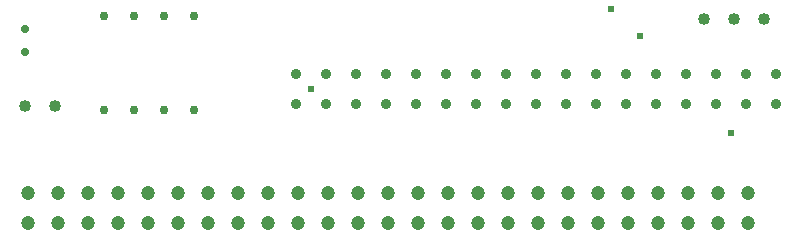
<source format=gbr>
G04 DesignSpark PCB Gerber Version 11.0 Build 5877*
%FSLAX35Y35*%
%MOIN*%
%ADD83C,0.02400*%
%ADD120C,0.02756*%
%ADD121C,0.02988*%
%ADD118C,0.03600*%
%ADD122C,0.04016*%
%ADD119C,0.04724*%
X0Y0D02*
D02*
D83*
X109318Y53117D03*
X209353Y79687D03*
X219043Y70935D03*
X249365Y38424D03*
D02*
D118*
X104317Y48022D03*
Y58022D03*
X114317Y48022D03*
Y58022D03*
X124317Y48022D03*
Y58022D03*
X134317Y48022D03*
Y58022D03*
X144317Y48022D03*
Y58022D03*
X154317Y48022D03*
Y58022D03*
X164317Y48022D03*
Y58022D03*
X174317Y48022D03*
Y58022D03*
X184317Y48022D03*
Y58022D03*
X194317Y48022D03*
Y58022D03*
X204317Y48022D03*
Y58022D03*
X214317Y48022D03*
Y58022D03*
X224317Y48022D03*
Y58022D03*
X234317Y48022D03*
Y58022D03*
X244317Y48022D03*
Y58022D03*
X254317Y48022D03*
Y58022D03*
X264317Y48022D03*
Y58022D03*
D02*
D119*
X15079Y8415D03*
Y18415D03*
X25079Y8415D03*
Y18415D03*
X35079Y8415D03*
Y18415D03*
X45079Y8415D03*
Y18415D03*
X55079Y8415D03*
Y18415D03*
X65079Y8415D03*
Y18415D03*
X75079Y8415D03*
Y18415D03*
X85079Y8415D03*
Y18415D03*
X95079Y8415D03*
Y18415D03*
X105079Y8415D03*
Y18415D03*
X115079Y8415D03*
Y18415D03*
X125079Y8415D03*
Y18415D03*
X135079Y8415D03*
Y18415D03*
X145079Y8415D03*
Y18415D03*
X155079Y8415D03*
Y18415D03*
X165079Y8415D03*
Y18415D03*
X175079Y8415D03*
Y18415D03*
X185079Y8415D03*
Y18415D03*
X195079Y8415D03*
Y18415D03*
X205079Y8415D03*
Y18415D03*
X215079Y8415D03*
Y18415D03*
X225079Y8415D03*
Y18415D03*
X235079Y8415D03*
Y18415D03*
X245079Y8415D03*
Y18415D03*
X255079Y8415D03*
Y18415D03*
D02*
D120*
X14141Y65435D03*
Y73309D03*
D02*
D121*
X40404Y46243D03*
Y77495D03*
X50404Y46243D03*
Y77495D03*
X60404Y46243D03*
Y77495D03*
X70404Y46243D03*
Y77495D03*
D02*
D122*
X14141Y47490D03*
X24141D03*
X240469Y76561D03*
X250469D03*
X260469D03*
X0Y0D02*
M02*

</source>
